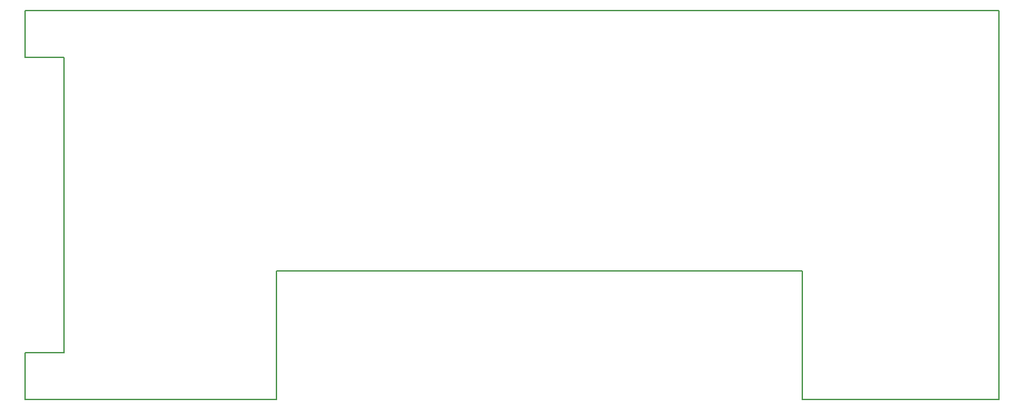
<source format=gbr>
%TF.GenerationSoftware,KiCad,Pcbnew,(6.0.10)*%
%TF.CreationDate,2023-01-09T18:14:31+01:00*%
%TF.ProjectId,carinsitu,63617269-6e73-4697-9475-2e6b69636164,1*%
%TF.SameCoordinates,Original*%
%TF.FileFunction,Profile,NP*%
%FSLAX46Y46*%
G04 Gerber Fmt 4.6, Leading zero omitted, Abs format (unit mm)*
G04 Created by KiCad (PCBNEW (6.0.10)) date 2023-01-09 18:14:31*
%MOMM*%
%LPD*%
G01*
G04 APERTURE LIST*
%TA.AperFunction,Profile*%
%ADD10C,0.150000*%
%TD*%
G04 APERTURE END LIST*
D10*
X82750000Y-86000000D02*
X82750000Y-80000000D01*
X207750000Y-130000000D02*
X182500000Y-130000000D01*
X115000000Y-113500000D02*
X115000000Y-130000000D01*
X87750000Y-86000000D02*
X82750000Y-86000000D01*
X87750000Y-124000000D02*
X87750000Y-86000000D01*
X115000000Y-130000000D02*
X82750000Y-130000000D01*
X207750000Y-80000000D02*
X207750000Y-130000000D01*
X182500000Y-130000000D02*
X182500000Y-113500000D01*
X82750000Y-80000000D02*
X207750000Y-80000000D01*
X82750000Y-124000000D02*
X87750000Y-124000000D01*
X82750000Y-124000000D02*
X82750000Y-130000000D01*
X182500000Y-113500000D02*
X115000000Y-113500000D01*
M02*

</source>
